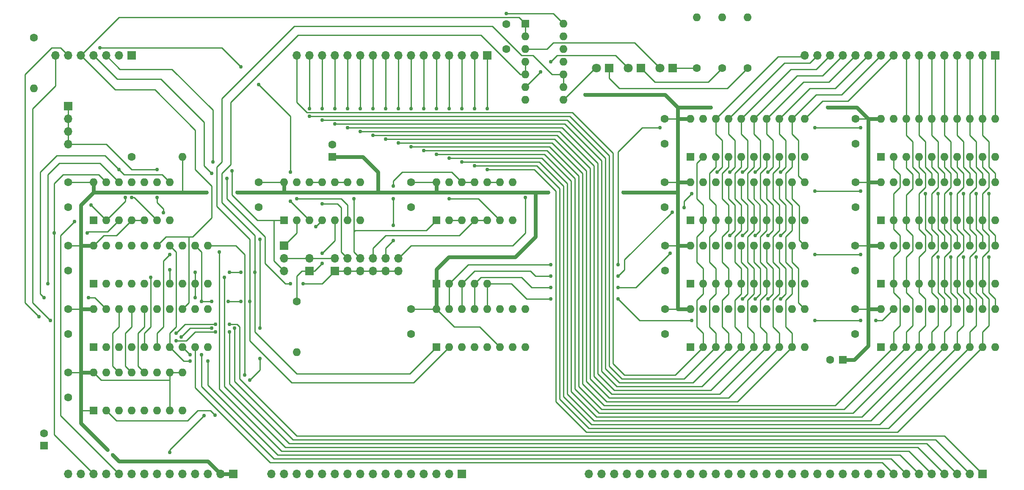
<source format=gtl>
G04 #@! TF.GenerationSoftware,KiCad,Pcbnew,(7.0.0)*
G04 #@! TF.CreationDate,2024-03-28T20:38:38-07:00*
G04 #@! TF.ProjectId,video_shift_status_delay,76696465-6f5f-4736-9869-66745f737461,rev?*
G04 #@! TF.SameCoordinates,Original*
G04 #@! TF.FileFunction,Copper,L1,Top*
G04 #@! TF.FilePolarity,Positive*
%FSLAX46Y46*%
G04 Gerber Fmt 4.6, Leading zero omitted, Abs format (unit mm)*
G04 Created by KiCad (PCBNEW (7.0.0)) date 2024-03-28 20:38:38*
%MOMM*%
%LPD*%
G01*
G04 APERTURE LIST*
G04 #@! TA.AperFunction,ComponentPad*
%ADD10C,1.600000*%
G04 #@! TD*
G04 #@! TA.AperFunction,ComponentPad*
%ADD11R,1.600000X1.600000*%
G04 #@! TD*
G04 #@! TA.AperFunction,ComponentPad*
%ADD12O,1.600000X1.600000*%
G04 #@! TD*
G04 #@! TA.AperFunction,ComponentPad*
%ADD13R,1.700000X1.700000*%
G04 #@! TD*
G04 #@! TA.AperFunction,ComponentPad*
%ADD14O,1.700000X1.700000*%
G04 #@! TD*
G04 #@! TA.AperFunction,ComponentPad*
%ADD15R,1.800000X1.800000*%
G04 #@! TD*
G04 #@! TA.AperFunction,ComponentPad*
%ADD16C,1.800000*%
G04 #@! TD*
G04 #@! TA.AperFunction,ViaPad*
%ADD17C,0.762000*%
G04 #@! TD*
G04 #@! TA.AperFunction,Conductor*
%ADD18C,0.762000*%
G04 #@! TD*
G04 #@! TA.AperFunction,Conductor*
%ADD19C,0.254000*%
G04 #@! TD*
G04 APERTURE END LIST*
D10*
X218440000Y-78660000D03*
X218440000Y-73660000D03*
X218440000Y-91360000D03*
X218440000Y-86360000D03*
D11*
X223519999Y-81279999D03*
D12*
X226059999Y-81279999D03*
X228599999Y-81279999D03*
X231139999Y-81279999D03*
X233679999Y-81279999D03*
X236219999Y-81279999D03*
X238759999Y-81279999D03*
X241299999Y-81279999D03*
X243839999Y-81279999D03*
X246379999Y-81279999D03*
X246379999Y-73659999D03*
X243839999Y-73659999D03*
X241299999Y-73659999D03*
X238759999Y-73659999D03*
X236219999Y-73659999D03*
X233679999Y-73659999D03*
X231139999Y-73659999D03*
X228599999Y-73659999D03*
X226059999Y-73659999D03*
X223519999Y-73659999D03*
D13*
X139699999Y-144779999D03*
D14*
X137159999Y-144779999D03*
X134619999Y-144779999D03*
X132079999Y-144779999D03*
X129539999Y-144779999D03*
X126999999Y-144779999D03*
X124459999Y-144779999D03*
X121919999Y-144779999D03*
X119379999Y-144779999D03*
X116839999Y-144779999D03*
X114299999Y-144779999D03*
X111759999Y-144779999D03*
X109219999Y-144779999D03*
X106679999Y-144779999D03*
X104139999Y-144779999D03*
X101599999Y-144779999D03*
D11*
X113791999Y-81279999D03*
D10*
X113792000Y-78780000D03*
D11*
X66039999Y-132079999D03*
D12*
X68579999Y-132079999D03*
X71119999Y-132079999D03*
X73659999Y-132079999D03*
X76199999Y-132079999D03*
X78739999Y-132079999D03*
X81279999Y-132079999D03*
X83819999Y-132079999D03*
X83819999Y-124459999D03*
X81279999Y-124459999D03*
X78739999Y-124459999D03*
X76199999Y-124459999D03*
X73659999Y-124459999D03*
X71119999Y-124459999D03*
X68579999Y-124459999D03*
X66039999Y-124459999D03*
D11*
X223519999Y-93979999D03*
D12*
X226059999Y-93979999D03*
X228599999Y-93979999D03*
X231139999Y-93979999D03*
X233679999Y-93979999D03*
X236219999Y-93979999D03*
X238759999Y-93979999D03*
X241299999Y-93979999D03*
X243839999Y-93979999D03*
X246379999Y-93979999D03*
X246379999Y-86359999D03*
X243839999Y-86359999D03*
X241299999Y-86359999D03*
X238759999Y-86359999D03*
X236219999Y-86359999D03*
X233679999Y-86359999D03*
X231139999Y-86359999D03*
X228599999Y-86359999D03*
X226059999Y-86359999D03*
X223519999Y-86359999D03*
D13*
X114299999Y-104139999D03*
D14*
X114299999Y-101599999D03*
X116839999Y-104139999D03*
X116839999Y-101599999D03*
X119379999Y-104139999D03*
X119379999Y-101599999D03*
X121919999Y-104139999D03*
X121919999Y-101599999D03*
X124459999Y-104139999D03*
X124459999Y-101599999D03*
X126999999Y-104139999D03*
X126999999Y-101599999D03*
D11*
X104139999Y-93979999D03*
D12*
X106679999Y-93979999D03*
X109219999Y-93979999D03*
X111759999Y-93979999D03*
X114299999Y-93979999D03*
X116839999Y-93979999D03*
X119379999Y-93979999D03*
X119379999Y-86359999D03*
X116839999Y-86359999D03*
X114299999Y-86359999D03*
X111759999Y-86359999D03*
X109219999Y-86359999D03*
X106679999Y-86359999D03*
X104139999Y-86359999D03*
D11*
X134619999Y-119379999D03*
D12*
X137159999Y-119379999D03*
X139699999Y-119379999D03*
X142239999Y-119379999D03*
X144779999Y-119379999D03*
X147319999Y-119379999D03*
X149859999Y-119379999D03*
X152399999Y-119379999D03*
X152399999Y-111759999D03*
X149859999Y-111759999D03*
X147319999Y-111759999D03*
X144779999Y-111759999D03*
X142239999Y-111759999D03*
X139699999Y-111759999D03*
X137159999Y-111759999D03*
X134619999Y-111759999D03*
D15*
X181863999Y-63499999D03*
D16*
X179324000Y-63500000D03*
D11*
X152399999Y-54604999D03*
D12*
X152399999Y-57144999D03*
X152399999Y-59684999D03*
X152399999Y-62224999D03*
X152399999Y-64764999D03*
X152399999Y-67304999D03*
X152399999Y-69844999D03*
X160019999Y-69844999D03*
X160019999Y-67304999D03*
X160019999Y-64764999D03*
X160019999Y-62224999D03*
X160019999Y-59684999D03*
X160019999Y-57144999D03*
X160019999Y-54604999D03*
D10*
X73660000Y-81280000D03*
D12*
X83819999Y-81279999D03*
D13*
X93979999Y-144779999D03*
D14*
X91439999Y-144779999D03*
X88899999Y-144779999D03*
X86359999Y-144779999D03*
X83819999Y-144779999D03*
X81279999Y-144779999D03*
X78739999Y-144779999D03*
X76199999Y-144779999D03*
X73659999Y-144779999D03*
X71119999Y-144779999D03*
X68579999Y-144779999D03*
X66039999Y-144779999D03*
X63499999Y-144779999D03*
X60959999Y-144779999D03*
D10*
X60960000Y-91360000D03*
X60960000Y-86360000D03*
X180260000Y-91360000D03*
X180260000Y-86360000D03*
D15*
X175513999Y-63499999D03*
D16*
X172974000Y-63500000D03*
D10*
X60960000Y-124460000D03*
X60960000Y-129460000D03*
X180260000Y-78660000D03*
X180260000Y-73660000D03*
X60960000Y-111760000D03*
X60960000Y-116760000D03*
D13*
X246379999Y-60959999D03*
D14*
X243839999Y-60959999D03*
X241299999Y-60959999D03*
X238759999Y-60959999D03*
X236219999Y-60959999D03*
X233679999Y-60959999D03*
X231139999Y-60959999D03*
X228599999Y-60959999D03*
X226059999Y-60959999D03*
X223519999Y-60959999D03*
X220979999Y-60959999D03*
X218439999Y-60959999D03*
X215899999Y-60959999D03*
X213359999Y-60959999D03*
X210819999Y-60959999D03*
X208279999Y-60959999D03*
D13*
X60959999Y-71119999D03*
D14*
X60959999Y-73659999D03*
X60959999Y-76199999D03*
X60959999Y-78739999D03*
D10*
X148590000Y-54690000D03*
X148590000Y-59690000D03*
D13*
X144779999Y-60959999D03*
D14*
X142239999Y-60959999D03*
X139699999Y-60959999D03*
X137159999Y-60959999D03*
X134619999Y-60959999D03*
X132079999Y-60959999D03*
X129539999Y-60959999D03*
X126999999Y-60959999D03*
X124459999Y-60959999D03*
X121919999Y-60959999D03*
X119379999Y-60959999D03*
X116839999Y-60959999D03*
X114299999Y-60959999D03*
X111759999Y-60959999D03*
X109219999Y-60959999D03*
X106679999Y-60959999D03*
D11*
X66039999Y-93979999D03*
D12*
X68579999Y-93979999D03*
X71119999Y-93979999D03*
X73659999Y-93979999D03*
X76199999Y-93979999D03*
X78739999Y-93979999D03*
X81279999Y-93979999D03*
X81279999Y-86359999D03*
X78739999Y-86359999D03*
X76199999Y-86359999D03*
X73659999Y-86359999D03*
X71119999Y-86359999D03*
X68579999Y-86359999D03*
X66039999Y-86359999D03*
D11*
X223519999Y-119379999D03*
D12*
X226059999Y-119379999D03*
X228599999Y-119379999D03*
X231139999Y-119379999D03*
X233679999Y-119379999D03*
X236219999Y-119379999D03*
X238759999Y-119379999D03*
X241299999Y-119379999D03*
X243839999Y-119379999D03*
X246379999Y-119379999D03*
X246379999Y-111759999D03*
X243839999Y-111759999D03*
X241299999Y-111759999D03*
X238759999Y-111759999D03*
X236219999Y-111759999D03*
X233679999Y-111759999D03*
X231139999Y-111759999D03*
X228599999Y-111759999D03*
X226059999Y-111759999D03*
X223519999Y-111759999D03*
D10*
X129540000Y-116760000D03*
X129540000Y-111760000D03*
X196850000Y-63500000D03*
D12*
X196849999Y-53339999D03*
D11*
X185419999Y-119379999D03*
D12*
X187959999Y-119379999D03*
X190499999Y-119379999D03*
X193039999Y-119379999D03*
X195579999Y-119379999D03*
X198119999Y-119379999D03*
X200659999Y-119379999D03*
X203199999Y-119379999D03*
X205739999Y-119379999D03*
X208279999Y-119379999D03*
X208279999Y-111759999D03*
X205739999Y-111759999D03*
X203199999Y-111759999D03*
X200659999Y-111759999D03*
X198119999Y-111759999D03*
X195579999Y-111759999D03*
X193039999Y-111759999D03*
X190499999Y-111759999D03*
X187959999Y-111759999D03*
X185419999Y-111759999D03*
D11*
X66039999Y-106679999D03*
D12*
X68579999Y-106679999D03*
X71119999Y-106679999D03*
X73659999Y-106679999D03*
X76199999Y-106679999D03*
X78739999Y-106679999D03*
X81279999Y-106679999D03*
X83819999Y-106679999D03*
X86359999Y-106679999D03*
X88899999Y-106679999D03*
X88899999Y-99059999D03*
X86359999Y-99059999D03*
X83819999Y-99059999D03*
X81279999Y-99059999D03*
X78739999Y-99059999D03*
X76199999Y-99059999D03*
X73659999Y-99059999D03*
X71119999Y-99059999D03*
X68579999Y-99059999D03*
X66039999Y-99059999D03*
D11*
X215859999Y-121919999D03*
D10*
X213360000Y-121920000D03*
X180340000Y-116760000D03*
X180340000Y-111760000D03*
D11*
X134619999Y-93979999D03*
D12*
X137159999Y-93979999D03*
X139699999Y-93979999D03*
X142239999Y-93979999D03*
X144779999Y-93979999D03*
X147319999Y-93979999D03*
X149859999Y-93979999D03*
X149859999Y-86359999D03*
X147319999Y-86359999D03*
X144779999Y-86359999D03*
X142239999Y-86359999D03*
X139699999Y-86359999D03*
X137159999Y-86359999D03*
X134619999Y-86359999D03*
D11*
X223519999Y-106679999D03*
D12*
X226059999Y-106679999D03*
X228599999Y-106679999D03*
X231139999Y-106679999D03*
X233679999Y-106679999D03*
X236219999Y-106679999D03*
X238759999Y-106679999D03*
X241299999Y-106679999D03*
X243839999Y-106679999D03*
X246379999Y-106679999D03*
X246379999Y-99059999D03*
X243839999Y-99059999D03*
X241299999Y-99059999D03*
X238759999Y-99059999D03*
X236219999Y-99059999D03*
X233679999Y-99059999D03*
X231139999Y-99059999D03*
X228599999Y-99059999D03*
X226059999Y-99059999D03*
X223519999Y-99059999D03*
D10*
X186690000Y-63500000D03*
D12*
X186689999Y-53339999D03*
D10*
X191770000Y-63500000D03*
D12*
X191769999Y-53339999D03*
D11*
X185419999Y-106679999D03*
D12*
X187959999Y-106679999D03*
X190499999Y-106679999D03*
X193039999Y-106679999D03*
X195579999Y-106679999D03*
X198119999Y-106679999D03*
X200659999Y-106679999D03*
X203199999Y-106679999D03*
X205739999Y-106679999D03*
X208279999Y-106679999D03*
X208279999Y-99059999D03*
X205739999Y-99059999D03*
X203199999Y-99059999D03*
X200659999Y-99059999D03*
X198119999Y-99059999D03*
X195579999Y-99059999D03*
X193039999Y-99059999D03*
X190499999Y-99059999D03*
X187959999Y-99059999D03*
X185419999Y-99059999D03*
D11*
X185419999Y-81279999D03*
D12*
X187959999Y-81279999D03*
X190499999Y-81279999D03*
X193039999Y-81279999D03*
X195579999Y-81279999D03*
X198119999Y-81279999D03*
X200659999Y-81279999D03*
X203199999Y-81279999D03*
X205739999Y-81279999D03*
X208279999Y-81279999D03*
X208279999Y-73659999D03*
X205739999Y-73659999D03*
X203199999Y-73659999D03*
X200659999Y-73659999D03*
X198119999Y-73659999D03*
X195579999Y-73659999D03*
X193039999Y-73659999D03*
X190499999Y-73659999D03*
X187959999Y-73659999D03*
X185419999Y-73659999D03*
D13*
X73659999Y-60959999D03*
D14*
X71119999Y-60959999D03*
X68579999Y-60959999D03*
X66039999Y-60959999D03*
X63499999Y-60959999D03*
X60959999Y-60959999D03*
X58419999Y-60959999D03*
D10*
X218360000Y-104060000D03*
X218360000Y-99060000D03*
X60960000Y-104060000D03*
X60960000Y-99060000D03*
D11*
X185419999Y-93979999D03*
D12*
X187959999Y-93979999D03*
X190499999Y-93979999D03*
X193039999Y-93979999D03*
X195579999Y-93979999D03*
X198119999Y-93979999D03*
X200659999Y-93979999D03*
X203199999Y-93979999D03*
X205739999Y-93979999D03*
X208279999Y-93979999D03*
X208279999Y-86359999D03*
X205739999Y-86359999D03*
X203199999Y-86359999D03*
X200659999Y-86359999D03*
X198119999Y-86359999D03*
X195579999Y-86359999D03*
X193039999Y-86359999D03*
X190499999Y-86359999D03*
X187959999Y-86359999D03*
X185419999Y-86359999D03*
D15*
X169163999Y-63499999D03*
D16*
X166624000Y-63500000D03*
D11*
X56133999Y-139104379D03*
D10*
X56134000Y-136604380D03*
D13*
X109219999Y-104139999D03*
D14*
X109219999Y-101599999D03*
D10*
X218360000Y-116760000D03*
X218360000Y-111760000D03*
X99060000Y-86360000D03*
X99060000Y-91360000D03*
D11*
X66039999Y-119379999D03*
D12*
X68579999Y-119379999D03*
X71119999Y-119379999D03*
X73659999Y-119379999D03*
X76199999Y-119379999D03*
X78739999Y-119379999D03*
X81279999Y-119379999D03*
X83819999Y-119379999D03*
X86359999Y-119379999D03*
X88899999Y-119379999D03*
X88899999Y-111759999D03*
X86359999Y-111759999D03*
X83819999Y-111759999D03*
X81279999Y-111759999D03*
X78739999Y-111759999D03*
X76199999Y-111759999D03*
X73659999Y-111759999D03*
X71119999Y-111759999D03*
X68579999Y-111759999D03*
X66039999Y-111759999D03*
D10*
X54102000Y-57404000D03*
D12*
X54101999Y-67563999D03*
D13*
X243839999Y-144779999D03*
D14*
X241299999Y-144779999D03*
X238759999Y-144779999D03*
X236219999Y-144779999D03*
X233679999Y-144779999D03*
X231139999Y-144779999D03*
X228599999Y-144779999D03*
X226059999Y-144779999D03*
X223519999Y-144779999D03*
X220979999Y-144779999D03*
X218439999Y-144779999D03*
X215899999Y-144779999D03*
X213359999Y-144779999D03*
X210819999Y-144779999D03*
X208279999Y-144779999D03*
X205739999Y-144779999D03*
X203199999Y-144779999D03*
X200659999Y-144779999D03*
X198119999Y-144779999D03*
X195579999Y-144779999D03*
X193039999Y-144779999D03*
X190499999Y-144779999D03*
X187959999Y-144779999D03*
X185419999Y-144779999D03*
X182879999Y-144779999D03*
X180339999Y-144779999D03*
X177799999Y-144779999D03*
X175259999Y-144779999D03*
X172719999Y-144779999D03*
X170179999Y-144779999D03*
X167639999Y-144779999D03*
X165099999Y-144779999D03*
D10*
X180340000Y-104060000D03*
X180340000Y-99060000D03*
X129540000Y-86360000D03*
X129540000Y-91360000D03*
D13*
X104139999Y-99059999D03*
D14*
X104139999Y-101599999D03*
X104139999Y-104139999D03*
D11*
X134619999Y-106679999D03*
D12*
X137159999Y-106679999D03*
X139699999Y-106679999D03*
X142239999Y-106679999D03*
X144779999Y-106679999D03*
D10*
X106680000Y-110236000D03*
D12*
X106679999Y-120395999D03*
D17*
X164338000Y-68834000D03*
X87122000Y-88392000D03*
X171958000Y-88392000D03*
X148590000Y-52578000D03*
X69850000Y-140970000D03*
X187706000Y-71374000D03*
X166116000Y-68834000D03*
X68834000Y-139954000D03*
X173736000Y-88392000D03*
X96266000Y-88392000D03*
X88646000Y-88392000D03*
X214884000Y-71374000D03*
X155194000Y-88392000D03*
X94742000Y-88392000D03*
X212852000Y-71374000D03*
X156972000Y-88392000D03*
X189484000Y-71374000D03*
X81280000Y-103886000D03*
X93218000Y-114808000D03*
X82550000Y-116586000D03*
X90424000Y-114808000D03*
X94234000Y-115570000D03*
X83566000Y-117348000D03*
X89662000Y-115570000D03*
X90424000Y-116332000D03*
X82550000Y-118110000D03*
X93218000Y-116332000D03*
X92202000Y-105410000D03*
X77470000Y-105410000D03*
X91186000Y-100330000D03*
X81280000Y-100838000D03*
X85344000Y-122174000D03*
X88900000Y-122174000D03*
X85344000Y-120904000D03*
X87630000Y-120904000D03*
X88138000Y-133096000D03*
X81280000Y-140462000D03*
X96266000Y-124968000D03*
X62230000Y-94234000D03*
X65532000Y-90932000D03*
X72390000Y-89408000D03*
X58166000Y-96520000D03*
X64770000Y-96520000D03*
X124460000Y-71628000D03*
X124460000Y-77724000D03*
X121920000Y-76962000D03*
X121920000Y-71628000D03*
X119380000Y-71628000D03*
X119380000Y-76200000D03*
X116840000Y-71628000D03*
X116840000Y-75438000D03*
X114300000Y-71628000D03*
X114300000Y-74676000D03*
X111760000Y-73914000D03*
X111760000Y-71628000D03*
X109220000Y-71628000D03*
X109220000Y-73152000D03*
X144780000Y-71628000D03*
X144780000Y-83820000D03*
X142240000Y-71628000D03*
X142240000Y-83058000D03*
X139700000Y-82296000D03*
X139700000Y-71628000D03*
X137160000Y-71628000D03*
X137160000Y-81534000D03*
X134620000Y-80772000D03*
X134620000Y-71628000D03*
X132080000Y-80010000D03*
X132080000Y-71628000D03*
X129540000Y-71628000D03*
X129540000Y-79248000D03*
X127000000Y-71628000D03*
X127000000Y-78486000D03*
X203454000Y-84328000D03*
X200914000Y-84328000D03*
X203454000Y-97028000D03*
X198374000Y-84328000D03*
X200914000Y-97028000D03*
X203454000Y-109728000D03*
X198374000Y-97028000D03*
X195834000Y-84328000D03*
X200914000Y-109728000D03*
X193294000Y-84328000D03*
X195834000Y-97028000D03*
X198374000Y-109728000D03*
X195834000Y-109728000D03*
X190754000Y-84328000D03*
X193294000Y-97028000D03*
X245110000Y-88646000D03*
X242570000Y-88646000D03*
X245110000Y-101346000D03*
X240030000Y-88646000D03*
X242570000Y-101346000D03*
X240030000Y-101346000D03*
X237490000Y-88646000D03*
X234950000Y-88646000D03*
X237490000Y-101346000D03*
X234950000Y-101346000D03*
X232410000Y-88646000D03*
X86360000Y-104394000D03*
X95504000Y-104394000D03*
X86360000Y-109474000D03*
X93218000Y-104394000D03*
X98298000Y-104394000D03*
X87630000Y-110236000D03*
X92964000Y-110236000D03*
X97282000Y-110236000D03*
X89662000Y-110236000D03*
X95504000Y-110236000D03*
X55118000Y-113284000D03*
X105410000Y-90170000D03*
X99060000Y-66802000D03*
X95504000Y-63246000D03*
X57404000Y-114046000D03*
X105410000Y-84328000D03*
X67310000Y-59436000D03*
X71120000Y-83820000D03*
X65024000Y-109474000D03*
X56134000Y-109474000D03*
X56896000Y-106680000D03*
X78740000Y-89408000D03*
X78740000Y-83820000D03*
X80010000Y-92456000D03*
X73660000Y-89408000D03*
X89916000Y-82296000D03*
X93726000Y-84074000D03*
X92710000Y-85598000D03*
X107950000Y-106680000D03*
X105410000Y-106680000D03*
X89662000Y-84582000D03*
X111760000Y-90678000D03*
X118110000Y-89662000D03*
X125984000Y-98044000D03*
X125984000Y-89662000D03*
X125984000Y-87122000D03*
X125984000Y-94996000D03*
X152400000Y-89408000D03*
X219456000Y-75438000D03*
X210312000Y-75438000D03*
X170942000Y-102870000D03*
X157480000Y-102870000D03*
X179324000Y-75438000D03*
X185674000Y-88646000D03*
X170942000Y-105156000D03*
X219456000Y-88138000D03*
X210312000Y-88138000D03*
X181737000Y-92329000D03*
X157480000Y-105156000D03*
X184150000Y-91440000D03*
X157480000Y-107442000D03*
X170942000Y-107442000D03*
X181356000Y-100584000D03*
X219456000Y-100838000D03*
X210312000Y-100838000D03*
X170942000Y-109728000D03*
X185674000Y-114046000D03*
X222504000Y-114046000D03*
X157480000Y-109728000D03*
X210312000Y-114046000D03*
X219456000Y-114046000D03*
X157480000Y-62230000D03*
X155448000Y-64262000D03*
X106680000Y-89662000D03*
X137160000Y-89662000D03*
X111760000Y-100584000D03*
X111760000Y-102616000D03*
X99314000Y-121666000D03*
X110490000Y-95250000D03*
X99314000Y-115570000D03*
X99314000Y-97790000D03*
X90297000Y-132969000D03*
X97282000Y-125984000D03*
D18*
X187706000Y-71374000D02*
X189484000Y-71374000D01*
X88900000Y-142240000D02*
X78740000Y-142240000D01*
X220980000Y-119126000D02*
X218186000Y-121920000D01*
D19*
X81280000Y-124460000D02*
X81280000Y-125984000D01*
X157993000Y-52578000D02*
X160020000Y-54605000D01*
D18*
X182880000Y-71374000D02*
X182880000Y-73660000D01*
X134620000Y-88392000D02*
X153670000Y-88392000D01*
X182880000Y-111760000D02*
X185420000Y-111760000D01*
X96266000Y-88392000D02*
X99060000Y-88392000D01*
X218186000Y-121920000D02*
X215860000Y-121920000D01*
D19*
X218360000Y-99060000D02*
X220980000Y-99060000D01*
D18*
X166116000Y-68834000D02*
X164338000Y-68834000D01*
X63500000Y-111760000D02*
X66040000Y-111760000D01*
D19*
X138176000Y-115316000D02*
X143256000Y-115316000D01*
X218440000Y-86360000D02*
X220980000Y-86360000D01*
D18*
X84328000Y-88392000D02*
X87122000Y-88392000D01*
X220980000Y-111760000D02*
X223520000Y-111760000D01*
X186436000Y-71374000D02*
X183388000Y-71374000D01*
X63500000Y-134620000D02*
X63500000Y-132080000D01*
D19*
X60960000Y-124460000D02*
X63500000Y-124460000D01*
X83820000Y-88392000D02*
X84328000Y-88392000D01*
D18*
X71120000Y-142240000D02*
X69850000Y-140970000D01*
D19*
X83820000Y-124460000D02*
X81280000Y-124460000D01*
D18*
X94742000Y-88392000D02*
X96266000Y-88392000D01*
D19*
X180340000Y-111760000D02*
X182880000Y-111760000D01*
D18*
X134620000Y-86360000D02*
X134620000Y-88392000D01*
X183388000Y-71374000D02*
X182880000Y-71374000D01*
X183388000Y-99060000D02*
X182880000Y-99060000D01*
X153670000Y-88392000D02*
X154432000Y-88392000D01*
X171958000Y-88392000D02*
X173736000Y-88392000D01*
X122936000Y-88392000D02*
X122936000Y-84328000D01*
X223520000Y-73660000D02*
X220980000Y-73660000D01*
X154432000Y-97282000D02*
X150368000Y-101346000D01*
X182880000Y-88392000D02*
X182880000Y-86360000D01*
X119888000Y-81280000D02*
X113792000Y-81280000D01*
D19*
X83820000Y-81280000D02*
X83820000Y-88392000D01*
D18*
X223520000Y-86360000D02*
X220980000Y-86360000D01*
X220980000Y-111252000D02*
X220980000Y-111760000D01*
X187706000Y-71374000D02*
X186436000Y-71374000D01*
X68834000Y-139954000D02*
X63500000Y-134620000D01*
X182880000Y-73660000D02*
X185420000Y-73660000D01*
D19*
X73660000Y-93980000D02*
X70612000Y-97028000D01*
D18*
X134620000Y-103759000D02*
X134620000Y-111760000D01*
D19*
X99060000Y-86360000D02*
X104140000Y-86360000D01*
D18*
X218694000Y-71374000D02*
X220980000Y-73660000D01*
D19*
X218440000Y-73660000D02*
X220980000Y-73660000D01*
D18*
X220980000Y-73660000D02*
X220980000Y-86360000D01*
D19*
X60960000Y-86360000D02*
X66040000Y-86360000D01*
X218360000Y-111760000D02*
X220980000Y-111760000D01*
D18*
X214884000Y-71374000D02*
X212852000Y-71374000D01*
X154432000Y-88392000D02*
X154432000Y-97282000D01*
X150368000Y-101346000D02*
X137033000Y-101346000D01*
X122936000Y-88392000D02*
X134620000Y-88392000D01*
X66040000Y-88392000D02*
X66040000Y-86360000D01*
X104140000Y-88392000D02*
X104140000Y-86360000D01*
D19*
X60960000Y-99060000D02*
X64008000Y-99060000D01*
D18*
X185420000Y-86360000D02*
X182880000Y-86360000D01*
X155194000Y-88392000D02*
X156972000Y-88392000D01*
X182880000Y-71374000D02*
X180340000Y-68834000D01*
D19*
X81280000Y-125984000D02*
X67564000Y-125984000D01*
X129540000Y-86360000D02*
X134620000Y-86360000D01*
D18*
X182880000Y-86360000D02*
X182880000Y-73660000D01*
X223520000Y-99060000D02*
X220980000Y-99060000D01*
D19*
X70612000Y-97028000D02*
X68072000Y-97028000D01*
D18*
X63500000Y-124460000D02*
X66040000Y-124460000D01*
X63500000Y-99060000D02*
X64008000Y-99060000D01*
D19*
X180260000Y-86360000D02*
X182880000Y-86360000D01*
D18*
X173736000Y-88392000D02*
X182880000Y-88392000D01*
X182880000Y-88392000D02*
X182880000Y-99060000D01*
D19*
X129540000Y-111760000D02*
X134620000Y-111760000D01*
D18*
X185420000Y-99060000D02*
X183388000Y-99060000D01*
D19*
X148590000Y-52578000D02*
X157993000Y-52578000D01*
D18*
X87122000Y-88392000D02*
X88646000Y-88392000D01*
X63500000Y-124460000D02*
X63500000Y-90932000D01*
D19*
X134620000Y-111760000D02*
X138176000Y-115316000D01*
X143256000Y-115316000D02*
X147320000Y-119380000D01*
X73660000Y-93980000D02*
X76200000Y-93980000D01*
D18*
X91440000Y-144780000D02*
X88900000Y-142240000D01*
D19*
X66040000Y-132080000D02*
X63500000Y-132080000D01*
D18*
X93980000Y-144780000D02*
X91440000Y-144780000D01*
D19*
X180340000Y-99060000D02*
X183388000Y-99060000D01*
D18*
X220980000Y-111252000D02*
X220980000Y-119126000D01*
X63500000Y-90932000D02*
X66040000Y-88392000D01*
X220980000Y-99060000D02*
X220980000Y-111252000D01*
D19*
X67564000Y-125984000D02*
X66040000Y-124460000D01*
D18*
X182880000Y-99060000D02*
X182880000Y-111760000D01*
X63500000Y-132080000D02*
X63500000Y-124460000D01*
X153670000Y-88392000D02*
X155194000Y-88392000D01*
X66040000Y-88392000D02*
X84328000Y-88392000D01*
X180340000Y-68834000D02*
X166116000Y-68834000D01*
D19*
X68072000Y-97028000D02*
X66040000Y-99060000D01*
X180260000Y-73660000D02*
X182880000Y-73660000D01*
D18*
X104140000Y-88392000D02*
X122936000Y-88392000D01*
X64008000Y-99060000D02*
X66040000Y-99060000D01*
X122936000Y-84328000D02*
X119888000Y-81280000D01*
D19*
X81280000Y-125984000D02*
X81280000Y-132080000D01*
D18*
X78740000Y-142240000D02*
X71120000Y-142240000D01*
X99060000Y-88392000D02*
X104140000Y-88392000D01*
D19*
X60960000Y-111760000D02*
X63500000Y-111760000D01*
D18*
X214884000Y-71374000D02*
X218694000Y-71374000D01*
X137033000Y-101346000D02*
X134620000Y-103759000D01*
X220980000Y-86360000D02*
X220980000Y-99060000D01*
D19*
X81280000Y-103886000D02*
X81280000Y-106680000D01*
X90424000Y-114808000D02*
X84328000Y-114808000D01*
X94742000Y-114808000D02*
X93218000Y-114808000D01*
X106680000Y-137160000D02*
X95250000Y-125730000D01*
X243840000Y-144780000D02*
X236220000Y-137160000D01*
X236220000Y-137160000D02*
X106680000Y-137160000D01*
X95250000Y-115316000D02*
X94742000Y-114808000D01*
X84328000Y-114808000D02*
X82550000Y-116586000D01*
X95250000Y-125730000D02*
X95250000Y-115316000D01*
X234442000Y-137922000D02*
X241300000Y-144780000D01*
X105918000Y-137922000D02*
X234442000Y-137922000D01*
X94234000Y-126238000D02*
X105918000Y-137922000D01*
X94234000Y-115570000D02*
X94234000Y-126238000D01*
X85344000Y-115570000D02*
X83566000Y-117348000D01*
X89662000Y-115570000D02*
X85344000Y-115570000D01*
X105156000Y-138684000D02*
X232664000Y-138684000D01*
X232664000Y-138684000D02*
X238760000Y-144780000D01*
X84582000Y-118110000D02*
X82550000Y-118110000D01*
X90424000Y-116332000D02*
X86360000Y-116332000D01*
X86360000Y-116332000D02*
X84582000Y-118110000D01*
X93218000Y-116332000D02*
X93218000Y-126746000D01*
X93218000Y-126746000D02*
X105156000Y-138684000D01*
X92202000Y-127254000D02*
X104394000Y-139446000D01*
X76200000Y-116586000D02*
X77470000Y-115316000D01*
X76200000Y-119380000D02*
X76200000Y-116586000D01*
X77470000Y-115316000D02*
X77470000Y-105410000D01*
X230886000Y-139446000D02*
X236220000Y-144780000D01*
X104394000Y-139446000D02*
X230886000Y-139446000D01*
X92202000Y-105410000D02*
X92202000Y-127254000D01*
X81280000Y-100838000D02*
X80010000Y-102108000D01*
X103632000Y-140208000D02*
X229108000Y-140208000D01*
X78740000Y-116586000D02*
X78740000Y-119380000D01*
X80010000Y-115316000D02*
X78740000Y-116586000D01*
X91186000Y-100330000D02*
X91186000Y-127762000D01*
X80010000Y-102108000D02*
X80010000Y-115316000D01*
X91186000Y-127762000D02*
X103632000Y-140208000D01*
X229108000Y-140208000D02*
X233680000Y-144780000D01*
X102870000Y-140970000D02*
X227330000Y-140970000D01*
X88900000Y-127000000D02*
X102870000Y-140970000D01*
X81280000Y-119380000D02*
X81280000Y-116586000D01*
X88900000Y-122174000D02*
X88900000Y-127000000D01*
X84074000Y-122174000D02*
X81280000Y-119380000D01*
X82550000Y-100330000D02*
X81280000Y-99060000D01*
X81280000Y-116586000D02*
X82550000Y-115316000D01*
X85344000Y-122174000D02*
X84074000Y-122174000D01*
X82550000Y-115316000D02*
X82550000Y-100330000D01*
X227330000Y-140970000D02*
X231140000Y-144780000D01*
X102108000Y-141732000D02*
X225552000Y-141732000D01*
X87630000Y-120904000D02*
X87630000Y-127254000D01*
X225552000Y-141732000D02*
X228600000Y-144780000D01*
X85344000Y-120904000D02*
X83820000Y-119380000D01*
X87630000Y-127254000D02*
X102108000Y-141732000D01*
X101346000Y-142494000D02*
X86360000Y-127508000D01*
X226060000Y-144780000D02*
X223774000Y-142494000D01*
X86360000Y-127508000D02*
X86360000Y-119380000D01*
X223774000Y-142494000D02*
X101346000Y-142494000D01*
X88138000Y-133096000D02*
X81280000Y-139954000D01*
X81280000Y-139954000D02*
X81280000Y-140462000D01*
X96266000Y-100838000D02*
X94488000Y-99060000D01*
X96266000Y-124968000D02*
X96266000Y-100838000D01*
X94488000Y-99060000D02*
X88900000Y-99060000D01*
X72390000Y-90170000D02*
X68580000Y-93980000D01*
X65532000Y-90932000D02*
X68580000Y-93980000D01*
X59436000Y-133096000D02*
X71120000Y-144780000D01*
X59436000Y-97028000D02*
X59436000Y-133096000D01*
X72390000Y-89408000D02*
X72390000Y-90170000D01*
X62230000Y-94234000D02*
X59436000Y-97028000D01*
X58166000Y-96520000D02*
X58166000Y-136906000D01*
X58166000Y-136906000D02*
X66040000Y-144780000D01*
X59944000Y-84836000D02*
X67056000Y-84836000D01*
X65024000Y-96266000D02*
X68834000Y-96266000D01*
X64770000Y-96520000D02*
X65024000Y-96266000D01*
X67056000Y-84836000D02*
X68580000Y-86360000D01*
X68834000Y-96266000D02*
X71120000Y-93980000D01*
X58166000Y-96520000D02*
X58166000Y-86614000D01*
X58166000Y-86614000D02*
X59944000Y-84836000D01*
X204470000Y-97282000D02*
X205740000Y-96012000D01*
X194818000Y-130302000D02*
X205740000Y-119380000D01*
X204470000Y-89662000D02*
X204470000Y-84582000D01*
X205740000Y-108712000D02*
X205740000Y-106680000D01*
X205740000Y-83312000D02*
X205740000Y-81280000D01*
X205740000Y-96012000D02*
X205740000Y-93980000D01*
X205740000Y-106680000D02*
X205740000Y-103632000D01*
X204470000Y-102362000D02*
X204470000Y-97282000D01*
X124460000Y-77724000D02*
X158242000Y-77724000D01*
X205740000Y-103632000D02*
X204470000Y-102362000D01*
X205740000Y-90932000D02*
X204470000Y-89662000D01*
X158242000Y-77724000D02*
X164592000Y-84074000D01*
X164592000Y-84074000D02*
X164592000Y-126238000D01*
X205740000Y-119380000D02*
X205740000Y-116586000D01*
X205740000Y-93980000D02*
X205740000Y-90932000D01*
X164592000Y-126238000D02*
X168656000Y-130302000D01*
X205740000Y-116586000D02*
X204470000Y-115316000D01*
X204470000Y-115316000D02*
X204470000Y-109982000D01*
X204470000Y-109982000D02*
X205740000Y-108712000D01*
X124460000Y-60960000D02*
X124460000Y-71628000D01*
X204470000Y-84582000D02*
X205740000Y-83312000D01*
X168656000Y-130302000D02*
X194818000Y-130302000D01*
X201930000Y-115316000D02*
X201930000Y-109982000D01*
X169164000Y-129540000D02*
X193040000Y-129540000D01*
X165354000Y-125730000D02*
X169164000Y-129540000D01*
X201930000Y-102362000D02*
X201930000Y-97282000D01*
X158750000Y-76962000D02*
X165354000Y-83566000D01*
X203200000Y-93980000D02*
X203200000Y-90932000D01*
X193040000Y-129540000D02*
X203200000Y-119380000D01*
X165354000Y-83566000D02*
X165354000Y-125730000D01*
X121920000Y-76962000D02*
X158750000Y-76962000D01*
X201930000Y-109982000D02*
X203200000Y-108712000D01*
X203200000Y-83312000D02*
X203200000Y-81280000D01*
X201930000Y-84582000D02*
X203200000Y-83312000D01*
X203200000Y-96012000D02*
X203200000Y-93980000D01*
X203200000Y-116586000D02*
X201930000Y-115316000D01*
X201930000Y-89662000D02*
X201930000Y-84582000D01*
X203200000Y-108712000D02*
X203200000Y-106680000D01*
X203200000Y-103632000D02*
X201930000Y-102362000D01*
X203200000Y-106680000D02*
X203200000Y-103632000D01*
X203200000Y-119380000D02*
X203200000Y-116586000D01*
X121920000Y-71628000D02*
X121920000Y-60960000D01*
X203200000Y-90932000D02*
X201930000Y-89662000D01*
X201930000Y-97282000D02*
X203200000Y-96012000D01*
X169672000Y-128778000D02*
X191262000Y-128778000D01*
X200660000Y-108712000D02*
X199390000Y-109982000D01*
X119380000Y-76200000D02*
X159258000Y-76200000D01*
X200660000Y-90932000D02*
X199390000Y-89662000D01*
X200660000Y-103632000D02*
X199390000Y-102362000D01*
X200660000Y-116586000D02*
X200660000Y-119380000D01*
X199390000Y-97282000D02*
X200660000Y-96012000D01*
X199390000Y-109982000D02*
X199390000Y-115316000D01*
X199390000Y-84582000D02*
X200660000Y-83312000D01*
X199390000Y-115316000D02*
X200660000Y-116586000D01*
X166116000Y-125222000D02*
X169672000Y-128778000D01*
X200660000Y-106680000D02*
X200660000Y-108712000D01*
X191262000Y-128778000D02*
X200660000Y-119380000D01*
X159258000Y-76200000D02*
X166116000Y-83058000D01*
X119380000Y-60960000D02*
X119380000Y-71628000D01*
X199390000Y-89662000D02*
X199390000Y-84582000D01*
X200660000Y-83312000D02*
X200660000Y-81280000D01*
X166116000Y-83058000D02*
X166116000Y-125222000D01*
X200660000Y-106680000D02*
X200660000Y-103632000D01*
X200660000Y-96012000D02*
X200660000Y-93980000D01*
X199390000Y-102362000D02*
X199390000Y-97282000D01*
X200660000Y-93980000D02*
X200660000Y-90932000D01*
X189484000Y-128016000D02*
X198120000Y-119380000D01*
X198120000Y-108712000D02*
X196850000Y-109982000D01*
X196850000Y-84582000D02*
X198120000Y-83312000D01*
X196850000Y-97282000D02*
X196850000Y-102362000D01*
X166878000Y-124714000D02*
X170180000Y-128016000D01*
X198120000Y-83312000D02*
X198120000Y-81280000D01*
X196850000Y-89662000D02*
X196850000Y-84582000D01*
X198120000Y-106680000D02*
X198120000Y-108712000D01*
X198120000Y-93980000D02*
X198120000Y-96012000D01*
X198120000Y-93980000D02*
X198120000Y-90932000D01*
X170180000Y-128016000D02*
X189484000Y-128016000D01*
X159766000Y-75438000D02*
X166878000Y-82550000D01*
X198120000Y-103632000D02*
X198120000Y-106680000D01*
X198120000Y-96012000D02*
X196850000Y-97282000D01*
X198120000Y-116586000D02*
X198120000Y-119380000D01*
X166878000Y-82550000D02*
X166878000Y-124714000D01*
X116840000Y-71628000D02*
X116840000Y-60960000D01*
X198120000Y-90932000D02*
X196850000Y-89662000D01*
X196850000Y-109982000D02*
X196850000Y-115316000D01*
X196850000Y-115316000D02*
X198120000Y-116586000D01*
X116840000Y-75438000D02*
X159766000Y-75438000D01*
X196850000Y-102362000D02*
X198120000Y-103632000D01*
X195580000Y-90932000D02*
X194310000Y-89662000D01*
X194310000Y-89662000D02*
X194310000Y-84582000D01*
X194310000Y-97282000D02*
X195580000Y-96012000D01*
X194310000Y-109982000D02*
X194310000Y-115316000D01*
X195580000Y-103632000D02*
X194310000Y-102362000D01*
X167640000Y-124206000D02*
X170688000Y-127254000D01*
X187706000Y-127254000D02*
X195580000Y-119380000D01*
X195580000Y-116586000D02*
X195580000Y-119380000D01*
X195580000Y-108712000D02*
X194310000Y-109982000D01*
X170688000Y-127254000D02*
X187706000Y-127254000D01*
X195580000Y-83312000D02*
X195580000Y-81280000D01*
X195580000Y-106680000D02*
X195580000Y-103632000D01*
X114300000Y-60960000D02*
X114300000Y-71628000D01*
X114300000Y-74676000D02*
X160274000Y-74676000D01*
X160274000Y-74676000D02*
X167640000Y-82042000D01*
X195580000Y-96012000D02*
X195580000Y-90932000D01*
X195580000Y-106680000D02*
X195580000Y-108712000D01*
X194310000Y-102362000D02*
X194310000Y-97282000D01*
X167640000Y-82042000D02*
X167640000Y-124206000D01*
X194310000Y-115316000D02*
X195580000Y-116586000D01*
X194310000Y-84582000D02*
X195580000Y-83312000D01*
X193040000Y-106680000D02*
X193040000Y-108712000D01*
X193040000Y-103632000D02*
X193040000Y-106680000D01*
X171196000Y-126492000D02*
X185928000Y-126492000D01*
X111760000Y-73914000D02*
X160782000Y-73914000D01*
X191770000Y-109982000D02*
X191770000Y-115316000D01*
X193040000Y-83312000D02*
X193040000Y-81280000D01*
X191770000Y-97282000D02*
X191770000Y-102362000D01*
X185928000Y-126492000D02*
X193040000Y-119380000D01*
X160782000Y-73914000D02*
X168402000Y-81534000D01*
X193040000Y-108712000D02*
X191770000Y-109982000D01*
X111760000Y-60960000D02*
X111760000Y-71628000D01*
X168402000Y-123698000D02*
X171196000Y-126492000D01*
X193040000Y-93980000D02*
X193040000Y-96012000D01*
X168402000Y-81534000D02*
X168402000Y-123698000D01*
X191770000Y-89662000D02*
X191770000Y-84582000D01*
X193040000Y-96012000D02*
X191770000Y-97282000D01*
X193040000Y-93980000D02*
X193040000Y-90932000D01*
X191770000Y-84582000D02*
X193040000Y-83312000D01*
X193040000Y-116586000D02*
X193040000Y-119380000D01*
X191770000Y-115316000D02*
X193040000Y-116586000D01*
X191770000Y-102362000D02*
X193040000Y-103632000D01*
X193040000Y-90932000D02*
X191770000Y-89662000D01*
X190500000Y-108712000D02*
X189230000Y-109982000D01*
X169164000Y-81026000D02*
X169164000Y-123190000D01*
X190500000Y-83312000D02*
X190500000Y-81280000D01*
X189230000Y-97282000D02*
X189230000Y-102362000D01*
X109220000Y-60960000D02*
X109220000Y-71628000D01*
X189230000Y-109982000D02*
X189230000Y-115316000D01*
X190500000Y-96012000D02*
X189230000Y-97282000D01*
X189230000Y-115316000D02*
X190500000Y-116586000D01*
X169164000Y-123190000D02*
X171704000Y-125730000D01*
X190500000Y-90932000D02*
X189230000Y-89662000D01*
X190500000Y-103632000D02*
X190500000Y-106680000D01*
X189230000Y-84582000D02*
X190500000Y-83312000D01*
X189230000Y-89662000D02*
X189230000Y-84582000D01*
X171704000Y-125730000D02*
X184150000Y-125730000D01*
X190500000Y-93980000D02*
X190500000Y-90932000D01*
X190500000Y-93980000D02*
X190500000Y-96012000D01*
X190500000Y-116586000D02*
X190500000Y-119380000D01*
X190500000Y-106680000D02*
X190500000Y-108712000D01*
X184150000Y-125730000D02*
X190500000Y-119380000D01*
X109220000Y-73152000D02*
X161290000Y-73152000D01*
X189230000Y-102362000D02*
X190500000Y-103632000D01*
X161290000Y-73152000D02*
X169164000Y-81026000D01*
X169926000Y-80518000D02*
X161798000Y-72390000D01*
X172212000Y-124968000D02*
X169926000Y-122682000D01*
X186690000Y-115316000D02*
X187960000Y-116586000D01*
X106680000Y-70358000D02*
X106680000Y-60960000D01*
X187960000Y-93980000D02*
X187960000Y-90932000D01*
X187960000Y-108712000D02*
X186690000Y-109982000D01*
X186690000Y-109982000D02*
X186690000Y-115316000D01*
X186690000Y-97282000D02*
X186690000Y-102362000D01*
X186690000Y-82550000D02*
X187960000Y-81280000D01*
X187960000Y-96012000D02*
X186690000Y-97282000D01*
X187960000Y-90932000D02*
X186690000Y-89662000D01*
X186690000Y-102362000D02*
X187960000Y-103632000D01*
X187960000Y-116586000D02*
X187960000Y-119380000D01*
X187960000Y-119380000D02*
X182372000Y-124968000D01*
X169926000Y-122682000D02*
X169926000Y-80518000D01*
X187960000Y-103632000D02*
X187960000Y-106680000D01*
X182372000Y-124968000D02*
X172212000Y-124968000D01*
X108712000Y-72390000D02*
X106680000Y-70358000D01*
X187960000Y-93980000D02*
X187960000Y-96012000D01*
X187960000Y-106680000D02*
X187960000Y-108712000D01*
X186690000Y-89662000D02*
X186690000Y-82550000D01*
X161798000Y-72390000D02*
X108712000Y-72390000D01*
X243840000Y-81280000D02*
X243840000Y-83312000D01*
X245110000Y-84582000D02*
X245110000Y-87376000D01*
X144780000Y-71628000D02*
X144780000Y-60960000D01*
X243840000Y-116332000D02*
X243840000Y-119380000D01*
X245110000Y-115062000D02*
X243840000Y-116332000D01*
X243840000Y-95758000D02*
X245110000Y-97028000D01*
X226822000Y-136398000D02*
X243840000Y-119380000D01*
X164592000Y-136398000D02*
X226822000Y-136398000D01*
X158496000Y-130302000D02*
X164592000Y-136398000D01*
X243840000Y-83312000D02*
X245110000Y-84582000D01*
X245110000Y-109728000D02*
X245110000Y-115062000D01*
X245110000Y-97028000D02*
X245110000Y-100076000D01*
X243840000Y-108458000D02*
X245110000Y-109728000D01*
X243840000Y-93980000D02*
X243840000Y-95758000D01*
X158496000Y-88138000D02*
X158496000Y-130302000D01*
X245110000Y-100076000D02*
X243840000Y-101346000D01*
X243840000Y-101346000D02*
X243840000Y-106680000D01*
X144780000Y-83820000D02*
X154178000Y-83820000D01*
X243840000Y-88646000D02*
X243840000Y-93980000D01*
X245110000Y-87376000D02*
X243840000Y-88646000D01*
X243840000Y-106680000D02*
X243840000Y-108458000D01*
X154178000Y-83820000D02*
X158496000Y-88138000D01*
X242570000Y-97028000D02*
X242570000Y-100076000D01*
X241300000Y-119380000D02*
X241300000Y-116332000D01*
X242570000Y-115062000D02*
X242570000Y-109728000D01*
X142240000Y-60960000D02*
X142240000Y-71628000D01*
X159258000Y-87630000D02*
X159258000Y-129794000D01*
X225044000Y-135636000D02*
X241300000Y-119380000D01*
X241300000Y-93980000D02*
X241300000Y-95758000D01*
X142240000Y-83058000D02*
X154686000Y-83058000D01*
X241300000Y-116332000D02*
X242570000Y-115062000D01*
X242570000Y-100076000D02*
X241300000Y-101346000D01*
X241300000Y-101346000D02*
X241300000Y-106680000D01*
X241300000Y-81280000D02*
X241300000Y-83312000D01*
X165100000Y-135636000D02*
X225044000Y-135636000D01*
X241300000Y-83312000D02*
X242570000Y-84582000D01*
X242570000Y-87376000D02*
X241300000Y-88646000D01*
X242570000Y-84582000D02*
X242570000Y-87376000D01*
X154686000Y-83058000D02*
X159258000Y-87630000D01*
X159258000Y-129794000D02*
X165100000Y-135636000D01*
X241300000Y-88646000D02*
X241300000Y-93980000D01*
X242570000Y-109728000D02*
X241300000Y-108458000D01*
X241300000Y-95758000D02*
X242570000Y-97028000D01*
X241300000Y-108458000D02*
X241300000Y-106680000D01*
X238760000Y-93980000D02*
X238760000Y-95758000D01*
X238760000Y-119380000D02*
X238760000Y-116332000D01*
X139700000Y-82296000D02*
X155194000Y-82296000D01*
X240030000Y-115062000D02*
X240030000Y-109728000D01*
X238760000Y-101346000D02*
X238760000Y-106680000D01*
X160020000Y-129286000D02*
X165608000Y-134874000D01*
X238760000Y-108458000D02*
X238760000Y-106680000D01*
X160020000Y-87122000D02*
X160020000Y-129286000D01*
X238760000Y-83312000D02*
X238760000Y-81280000D01*
X240030000Y-100076000D02*
X238760000Y-101346000D01*
X223266000Y-134874000D02*
X238760000Y-119380000D01*
X240030000Y-97028000D02*
X240030000Y-100076000D01*
X139700000Y-71628000D02*
X139700000Y-60960000D01*
X240030000Y-109728000D02*
X238760000Y-108458000D01*
X240030000Y-84582000D02*
X238760000Y-83312000D01*
X155194000Y-82296000D02*
X160020000Y-87122000D01*
X238760000Y-93980000D02*
X238760000Y-88646000D01*
X238760000Y-88646000D02*
X240030000Y-87376000D01*
X238760000Y-116332000D02*
X240030000Y-115062000D01*
X240030000Y-87376000D02*
X240030000Y-84582000D01*
X165608000Y-134874000D02*
X223266000Y-134874000D01*
X238760000Y-95758000D02*
X240030000Y-97028000D01*
X155702000Y-81534000D02*
X160782000Y-86614000D01*
X237490000Y-109728000D02*
X236220000Y-108458000D01*
X236220000Y-81280000D02*
X236220000Y-83312000D01*
X160782000Y-86614000D02*
X160782000Y-128778000D01*
X237490000Y-97028000D02*
X237490000Y-100076000D01*
X236220000Y-93980000D02*
X236220000Y-95758000D01*
X137160000Y-81534000D02*
X155702000Y-81534000D01*
X221488000Y-134112000D02*
X236220000Y-119380000D01*
X236220000Y-108458000D02*
X236220000Y-106680000D01*
X237490000Y-84582000D02*
X237490000Y-87376000D01*
X236220000Y-101346000D02*
X236220000Y-106680000D01*
X237490000Y-87376000D02*
X236220000Y-88646000D01*
X236220000Y-83312000D02*
X237490000Y-84582000D01*
X137160000Y-60960000D02*
X137160000Y-71628000D01*
X237490000Y-100076000D02*
X236220000Y-101346000D01*
X236220000Y-116332000D02*
X237490000Y-115062000D01*
X237490000Y-115062000D02*
X237490000Y-109728000D01*
X236220000Y-95758000D02*
X237490000Y-97028000D01*
X166116000Y-134112000D02*
X221488000Y-134112000D01*
X160782000Y-128778000D02*
X166116000Y-134112000D01*
X236220000Y-119380000D02*
X236220000Y-116332000D01*
X236220000Y-88646000D02*
X236220000Y-93980000D01*
X233680000Y-95758000D02*
X234950000Y-97028000D01*
X233680000Y-101346000D02*
X233680000Y-106680000D01*
X166624000Y-133350000D02*
X219710000Y-133350000D01*
X233680000Y-93980000D02*
X233680000Y-95758000D01*
X156210000Y-80772000D02*
X161544000Y-86106000D01*
X233680000Y-88646000D02*
X233680000Y-93980000D01*
X161544000Y-128270000D02*
X166624000Y-133350000D01*
X233680000Y-81280000D02*
X233680000Y-83312000D01*
X234950000Y-109728000D02*
X233680000Y-108458000D01*
X234950000Y-97028000D02*
X234950000Y-100076000D01*
X219710000Y-133350000D02*
X233680000Y-119380000D01*
X161544000Y-86106000D02*
X161544000Y-128270000D01*
X233680000Y-83312000D02*
X234950000Y-84582000D01*
X234950000Y-100076000D02*
X233680000Y-101346000D01*
X234950000Y-84582000D02*
X234950000Y-87376000D01*
X233680000Y-108458000D02*
X233680000Y-106680000D01*
X233680000Y-119380000D02*
X233680000Y-116332000D01*
X233680000Y-116332000D02*
X234950000Y-115062000D01*
X134620000Y-80772000D02*
X156210000Y-80772000D01*
X234950000Y-115062000D02*
X234950000Y-109728000D01*
X134620000Y-71628000D02*
X134620000Y-60960000D01*
X234950000Y-87376000D02*
X233680000Y-88646000D01*
X231140000Y-93980000D02*
X231140000Y-95758000D01*
X231140000Y-119380000D02*
X231140000Y-116332000D01*
X132080000Y-60960000D02*
X132080000Y-71628000D01*
X231140000Y-95758000D02*
X232410000Y-97028000D01*
X232410000Y-84562788D02*
X232410000Y-87376000D01*
X232410000Y-87376000D02*
X231140000Y-88646000D01*
X162306000Y-85598000D02*
X162306000Y-127762000D01*
X231140000Y-116332000D02*
X232410000Y-115062000D01*
X231140000Y-83292788D02*
X232410000Y-84562788D01*
X217932000Y-132588000D02*
X231140000Y-119380000D01*
X167132000Y-132588000D02*
X217932000Y-132588000D01*
X231140000Y-88646000D02*
X231140000Y-93980000D01*
X232410000Y-100076000D02*
X231140000Y-101346000D01*
X132080000Y-80010000D02*
X156718000Y-80010000D01*
X162306000Y-127762000D02*
X167132000Y-132588000D01*
X156718000Y-80010000D02*
X162306000Y-85598000D01*
X231140000Y-108458000D02*
X231140000Y-106680000D01*
X232410000Y-115062000D02*
X232410000Y-109728000D01*
X232410000Y-97028000D02*
X232410000Y-100076000D01*
X232410000Y-109728000D02*
X231140000Y-108458000D01*
X231140000Y-101346000D02*
X231140000Y-106680000D01*
X231140000Y-81280000D02*
X231140000Y-83292788D01*
X229870000Y-87630000D02*
X228600000Y-88900000D01*
X157226000Y-79248000D02*
X163068000Y-85090000D01*
X129540000Y-79248000D02*
X157226000Y-79248000D01*
X228600000Y-116332000D02*
X229870000Y-115062000D01*
X129540000Y-71628000D02*
X129540000Y-60960000D01*
X228600000Y-88900000D02*
X228600000Y-93980000D01*
X167640000Y-131826000D02*
X216154000Y-131826000D01*
X228600000Y-83419788D02*
X229870000Y-84689788D01*
X229870000Y-109728000D02*
X228600000Y-108458000D01*
X228600000Y-101346000D02*
X228600000Y-106680000D01*
X229870000Y-100076000D02*
X228600000Y-101346000D01*
X163068000Y-127254000D02*
X167640000Y-131826000D01*
X216154000Y-131826000D02*
X228600000Y-119380000D01*
X228600000Y-81280000D02*
X228600000Y-83419788D01*
X228600000Y-95758000D02*
X229870000Y-97028000D01*
X229870000Y-115062000D02*
X229870000Y-109728000D01*
X229870000Y-84689788D02*
X229870000Y-87630000D01*
X163068000Y-85090000D02*
X163068000Y-127254000D01*
X228600000Y-119380000D02*
X228600000Y-116332000D01*
X228600000Y-93980000D02*
X228600000Y-95758000D01*
X229870000Y-97028000D02*
X229870000Y-100076000D01*
X228600000Y-108458000D02*
X228600000Y-106680000D01*
X227330000Y-109728000D02*
X226060000Y-108458000D01*
X227330000Y-115062000D02*
X227330000Y-109728000D01*
X227330000Y-97028000D02*
X227330000Y-100076000D01*
X226060000Y-88646000D02*
X226060000Y-93980000D01*
X214376000Y-131064000D02*
X226060000Y-119380000D01*
X168148000Y-131064000D02*
X214376000Y-131064000D01*
X163830000Y-84582000D02*
X163830000Y-126746000D01*
X227330000Y-100076000D02*
X226060000Y-101346000D01*
X226060000Y-116332000D02*
X227330000Y-115062000D01*
X163830000Y-126746000D02*
X168148000Y-131064000D01*
X226060000Y-119380000D02*
X226060000Y-116332000D01*
X226060000Y-93980000D02*
X226060000Y-95758000D01*
X227330000Y-84836000D02*
X227330000Y-87376000D01*
X226060000Y-101346000D02*
X226060000Y-106680000D01*
X226060000Y-95758000D02*
X227330000Y-97028000D01*
X226060000Y-108458000D02*
X226060000Y-106680000D01*
X226060000Y-83566000D02*
X227330000Y-84836000D01*
X127000000Y-60960000D02*
X127000000Y-71628000D01*
X127000000Y-78486000D02*
X157734000Y-78486000D01*
X226060000Y-81280000D02*
X226060000Y-83566000D01*
X157734000Y-78486000D02*
X163830000Y-84582000D01*
X227330000Y-87376000D02*
X226060000Y-88646000D01*
X211836000Y-70104000D02*
X216916000Y-70104000D01*
X216916000Y-70104000D02*
X226060000Y-60960000D01*
X208280000Y-73660000D02*
X211836000Y-70104000D01*
X205740000Y-73660000D02*
X210566000Y-68834000D01*
X207010000Y-85090000D02*
X208280000Y-86360000D01*
X215646000Y-68834000D02*
X223520000Y-60960000D01*
X207010000Y-77978000D02*
X207010000Y-85090000D01*
X205740000Y-73660000D02*
X205740000Y-76708000D01*
X210566000Y-68834000D02*
X215646000Y-68834000D01*
X205740000Y-76708000D02*
X207010000Y-77978000D01*
X205740000Y-89662000D02*
X207175200Y-91097200D01*
X203454000Y-84328000D02*
X203454000Y-84302335D01*
X205740000Y-86360000D02*
X205740000Y-89662000D01*
X203454000Y-84302335D02*
X204470000Y-83286335D01*
X203200000Y-76708000D02*
X203200000Y-73660000D01*
X209296000Y-67564000D02*
X214376000Y-67564000D01*
X207175200Y-97955200D02*
X208280000Y-99060000D01*
X214376000Y-67564000D02*
X220980000Y-60960000D01*
X207175200Y-91097200D02*
X207175200Y-97955200D01*
X203200000Y-73660000D02*
X209296000Y-67564000D01*
X204470000Y-77978000D02*
X203200000Y-76708000D01*
X204470000Y-83286335D02*
X204470000Y-77978000D01*
X203200000Y-89662000D02*
X203200000Y-86360000D01*
X207010000Y-110490000D02*
X207010000Y-103632000D01*
X207010000Y-103632000D02*
X205740000Y-102362000D01*
X200660000Y-76708000D02*
X200660000Y-73660000D01*
X201930000Y-77978000D02*
X200660000Y-76708000D01*
X200914000Y-84328000D02*
X201930000Y-83312000D01*
X200660000Y-73660000D02*
X208026000Y-66294000D01*
X203454000Y-97028000D02*
X204470000Y-96012000D01*
X208280000Y-111760000D02*
X207010000Y-110490000D01*
X204470000Y-96012000D02*
X204470000Y-90932000D01*
X208026000Y-66294000D02*
X213106000Y-66294000D01*
X204470000Y-90932000D02*
X203200000Y-89662000D01*
X205740000Y-102362000D02*
X205740000Y-99060000D01*
X201930000Y-83312000D02*
X201930000Y-77978000D01*
X213106000Y-66294000D02*
X218440000Y-60960000D01*
X201930000Y-90932000D02*
X200660000Y-89662000D01*
X199390000Y-83312000D02*
X198374000Y-84328000D01*
X211836000Y-65024000D02*
X215900000Y-60960000D01*
X198120000Y-76708000D02*
X199390000Y-77978000D01*
X204470000Y-108712000D02*
X203454000Y-109728000D01*
X201930000Y-95960671D02*
X201930000Y-90932000D01*
X203200000Y-99060000D02*
X203200000Y-102362000D01*
X198120000Y-73660000D02*
X206756000Y-65024000D01*
X203200000Y-102362000D02*
X204470000Y-103632000D01*
X206756000Y-65024000D02*
X211836000Y-65024000D01*
X200660000Y-89662000D02*
X200660000Y-86360000D01*
X199390000Y-77978000D02*
X199390000Y-83312000D01*
X200914000Y-97028000D02*
X200914000Y-96976671D01*
X204470000Y-103632000D02*
X204470000Y-108712000D01*
X198120000Y-73660000D02*
X198120000Y-76708000D01*
X200914000Y-96976671D02*
X201930000Y-95960671D01*
X201930000Y-103632000D02*
X201930000Y-108712000D01*
X199338671Y-90880671D02*
X198120000Y-89662000D01*
X198120000Y-89662000D02*
X198120000Y-86360000D01*
X195897500Y-84328000D02*
X195834000Y-84328000D01*
X199338671Y-96063329D02*
X199338671Y-90880671D01*
X200660000Y-99060000D02*
X200660000Y-102362000D01*
X200660000Y-102362000D02*
X201930000Y-103632000D01*
X195580000Y-76708000D02*
X196850000Y-77978000D01*
X195580000Y-73660000D02*
X195580000Y-76708000D01*
X201930000Y-108712000D02*
X200914000Y-109728000D01*
X213360000Y-60960000D02*
X210566000Y-63754000D01*
X205486000Y-63754000D02*
X195580000Y-73660000D01*
X196850000Y-77978000D02*
X196850000Y-83375500D01*
X210566000Y-63754000D02*
X205486000Y-63754000D01*
X196850000Y-83375500D02*
X195897500Y-84328000D01*
X198374000Y-97028000D02*
X199338671Y-96063329D01*
X195580000Y-89662000D02*
X196850000Y-90932000D01*
X204216000Y-62484000D02*
X209296000Y-62484000D01*
X198120000Y-99060000D02*
X198120000Y-102362000D01*
X196850000Y-90932000D02*
X196850000Y-96012000D01*
X199390000Y-103632000D02*
X199390000Y-108712000D01*
X194310000Y-83312000D02*
X193294000Y-84328000D01*
X195580000Y-86360000D02*
X195580000Y-89662000D01*
X193040000Y-73660000D02*
X193040000Y-76708000D01*
X193040000Y-76708000D02*
X194310000Y-77978000D01*
X193040000Y-73660000D02*
X204216000Y-62484000D01*
X199390000Y-108712000D02*
X198374000Y-109728000D01*
X196850000Y-96012000D02*
X195834000Y-97028000D01*
X198120000Y-102362000D02*
X199390000Y-103632000D01*
X209296000Y-62484000D02*
X210820000Y-60960000D01*
X194310000Y-77978000D02*
X194310000Y-83312000D01*
X191770000Y-77978000D02*
X191770000Y-83312000D01*
X195580000Y-102362000D02*
X196850000Y-103632000D01*
X193040000Y-89662000D02*
X194310000Y-90932000D01*
X191770000Y-83312000D02*
X190754000Y-84328000D01*
X208026000Y-61214000D02*
X208280000Y-60960000D01*
X196850000Y-103632000D02*
X196850000Y-108712000D01*
X196850000Y-108712000D02*
X195834000Y-109728000D01*
X194310000Y-96012000D02*
X193294000Y-97028000D01*
X195580000Y-99060000D02*
X195580000Y-102362000D01*
X194310000Y-90932000D02*
X194310000Y-96012000D01*
X202946000Y-61214000D02*
X208026000Y-61214000D01*
X190500000Y-73660000D02*
X190500000Y-76708000D01*
X193040000Y-86360000D02*
X193040000Y-89662000D01*
X190500000Y-73660000D02*
X202946000Y-61214000D01*
X190500000Y-76708000D02*
X191770000Y-77978000D01*
X246380000Y-73660000D02*
X246380000Y-60960000D01*
X245110000Y-78232000D02*
X245110000Y-83312000D01*
X243840000Y-60960000D02*
X243840000Y-73660000D01*
X245110000Y-83312000D02*
X246380000Y-84582000D01*
X243840000Y-73660000D02*
X243840000Y-76962000D01*
X246380000Y-84582000D02*
X246380000Y-86360000D01*
X243840000Y-76962000D02*
X245110000Y-78232000D01*
X241300000Y-73660000D02*
X241300000Y-60960000D01*
X245110000Y-95758000D02*
X246380000Y-97028000D01*
X243840000Y-84582000D02*
X243840000Y-86360000D01*
X246380000Y-97028000D02*
X246380000Y-99060000D01*
X242570000Y-83312000D02*
X243840000Y-84582000D01*
X241300000Y-76962000D02*
X242570000Y-78232000D01*
X245110000Y-88646000D02*
X245110000Y-95758000D01*
X241300000Y-73660000D02*
X241300000Y-76962000D01*
X242570000Y-78232000D02*
X242570000Y-83312000D01*
X242570000Y-88646000D02*
X242570000Y-95758000D01*
X240030000Y-83312000D02*
X241300000Y-84582000D01*
X246380000Y-109728000D02*
X246380000Y-111760000D01*
X243840000Y-97028000D02*
X243840000Y-99060000D01*
X238760000Y-76962000D02*
X240030000Y-78232000D01*
X245110000Y-108458000D02*
X246380000Y-109728000D01*
X241300000Y-84582000D02*
X241300000Y-86360000D01*
X242570000Y-95758000D02*
X243840000Y-97028000D01*
X245110000Y-101346000D02*
X245110000Y-108458000D01*
X240030000Y-78232000D02*
X240030000Y-83312000D01*
X238760000Y-60960000D02*
X238760000Y-73660000D01*
X238760000Y-73660000D02*
X238760000Y-76962000D01*
X243840000Y-109728000D02*
X242570000Y-108458000D01*
X242570000Y-108458000D02*
X242570000Y-101346000D01*
X236220000Y-76962000D02*
X237490000Y-78232000D01*
X241300000Y-97028000D02*
X241300000Y-99060000D01*
X243840000Y-111760000D02*
X243840000Y-109728000D01*
X236220000Y-73660000D02*
X236220000Y-60960000D01*
X240030000Y-88646000D02*
X240030000Y-95758000D01*
X236220000Y-73660000D02*
X236220000Y-76962000D01*
X237490000Y-78232000D02*
X237490000Y-83312000D01*
X238760000Y-84582000D02*
X238760000Y-86360000D01*
X237490000Y-83312000D02*
X238760000Y-84582000D01*
X240030000Y-95758000D02*
X241300000Y-97028000D01*
X234950000Y-78232000D02*
X234950000Y-83312000D01*
X233680000Y-76962000D02*
X234950000Y-78232000D01*
X233680000Y-60960000D02*
X233680000Y-73660000D01*
X240030000Y-108458000D02*
X240030000Y-108204000D01*
X234950000Y-83312000D02*
X236220000Y-84582000D01*
X237490000Y-88646000D02*
X237490000Y-95758000D01*
X233680000Y-73660000D02*
X233680000Y-76962000D01*
X241300000Y-109728000D02*
X240030000Y-108458000D01*
X240030000Y-108204000D02*
X240030000Y-101346000D01*
X236220000Y-84582000D02*
X236220000Y-86360000D01*
X241300000Y-111760000D02*
X241300000Y-109728000D01*
X238760000Y-97028000D02*
X238760000Y-99060000D01*
X237490000Y-95758000D02*
X238760000Y-97028000D01*
X237490000Y-108458000D02*
X237490000Y-101346000D01*
X233680000Y-84582000D02*
X233680000Y-86360000D01*
X231140000Y-73660000D02*
X231140000Y-76962000D01*
X238760000Y-109728000D02*
X237490000Y-108458000D01*
X236220000Y-97028000D02*
X236220000Y-99060000D01*
X234950000Y-95758000D02*
X236220000Y-97028000D01*
X232410000Y-83312000D02*
X233680000Y-84582000D01*
X232410000Y-78232000D02*
X232410000Y-83312000D01*
X231140000Y-76962000D02*
X232410000Y-78232000D01*
X234950000Y-88646000D02*
X234950000Y-95758000D01*
X238760000Y-111760000D02*
X238760000Y-109728000D01*
X231140000Y-73660000D02*
X231140000Y-60960000D01*
X229870000Y-78232000D02*
X229870000Y-83312000D01*
X236220000Y-109728000D02*
X234950000Y-108458000D01*
X234950000Y-108458000D02*
X234950000Y-101346000D01*
X228600000Y-60960000D02*
X228600000Y-73660000D01*
X233680000Y-97028000D02*
X233680000Y-99060000D01*
X232410000Y-95758000D02*
X233680000Y-97028000D01*
X228600000Y-73660000D02*
X228600000Y-76962000D01*
X236220000Y-111760000D02*
X236220000Y-109728000D01*
X231140000Y-84582000D02*
X231140000Y-86360000D01*
X229870000Y-83312000D02*
X231140000Y-84582000D01*
X228600000Y-76962000D02*
X229870000Y-78232000D01*
X232410000Y-88646000D02*
X232410000Y-95758000D01*
X98298000Y-97028000D02*
X91694000Y-90424000D01*
X93472000Y-70358000D02*
X106934000Y-56896000D01*
X91694000Y-84582000D02*
X93472000Y-82804000D01*
X106934000Y-56896000D02*
X143510000Y-56896000D01*
X93472000Y-82804000D02*
X93472000Y-70358000D01*
X151379000Y-64765000D02*
X152400000Y-64765000D01*
X152400000Y-62225000D02*
X152400000Y-64765000D01*
X143510000Y-56896000D02*
X151379000Y-64765000D01*
X98298000Y-104394000D02*
X98298000Y-97028000D01*
X86360000Y-109474000D02*
X86360000Y-106680000D01*
X98298000Y-104394000D02*
X98298000Y-116332000D01*
X93218000Y-104394000D02*
X95504000Y-104394000D01*
X129286000Y-124714000D02*
X134620000Y-119380000D01*
X86360000Y-106680000D02*
X86360000Y-104394000D01*
X91694000Y-90424000D02*
X91694000Y-84582000D01*
X98298000Y-116332000D02*
X106680000Y-124714000D01*
X106680000Y-124714000D02*
X129286000Y-124714000D01*
X92964000Y-110236000D02*
X95504000Y-110236000D01*
X97282000Y-118110000D02*
X105664000Y-126492000D01*
X91694000Y-82296000D02*
X91694000Y-69596000D01*
X130048000Y-126492000D02*
X137160000Y-119380000D01*
X90678000Y-91186000D02*
X90678000Y-83312000D01*
X97282000Y-110236000D02*
X97282000Y-118110000D01*
X91694000Y-69596000D02*
X106172000Y-55118000D01*
X157729000Y-64765000D02*
X160020000Y-64765000D01*
X153924000Y-60960000D02*
X157729000Y-64765000D01*
X97282000Y-110236000D02*
X97282000Y-97790000D01*
X87630000Y-110236000D02*
X89662000Y-110236000D01*
X151638000Y-60960000D02*
X153924000Y-60960000D01*
X90678000Y-83312000D02*
X91694000Y-82296000D01*
X106172000Y-55118000D02*
X145796000Y-55118000D01*
X87630000Y-110236000D02*
X87630000Y-100330000D01*
X105664000Y-126492000D02*
X130048000Y-126492000D01*
X160020000Y-64765000D02*
X160020000Y-67305000D01*
X145796000Y-55118000D02*
X151638000Y-60960000D01*
X87630000Y-100330000D02*
X86360000Y-99060000D01*
X97282000Y-97790000D02*
X90678000Y-91186000D01*
X86360000Y-75895200D02*
X86360000Y-83820000D01*
X83820000Y-111760000D02*
X85090000Y-110490000D01*
X80518000Y-97282000D02*
X78740000Y-99060000D01*
X152400000Y-54605000D02*
X152400000Y-57145000D01*
X89662000Y-93472000D02*
X85852000Y-97282000D01*
X151135000Y-53340000D02*
X152400000Y-54605000D01*
X85090000Y-110490000D02*
X85090000Y-97282000D01*
X63500000Y-60960000D02*
X70358000Y-67818000D01*
X70358000Y-67818000D02*
X78282800Y-67818000D01*
X85852000Y-97282000D02*
X85090000Y-97282000D01*
X78282800Y-67818000D02*
X86360000Y-75895200D01*
X85090000Y-97282000D02*
X80518000Y-97282000D01*
X63500000Y-60960000D02*
X71120000Y-53340000D01*
X71120000Y-53340000D02*
X151135000Y-53340000D01*
X86360000Y-83820000D02*
X89662000Y-87122000D01*
X89662000Y-87122000D02*
X89662000Y-93472000D01*
X52324000Y-64770000D02*
X57658000Y-59436000D01*
X59436000Y-59436000D02*
X60960000Y-60960000D01*
X52324000Y-110490000D02*
X52324000Y-64770000D01*
X57658000Y-59436000D02*
X59436000Y-59436000D01*
X55118000Y-113284000D02*
X52324000Y-110490000D01*
X58420000Y-62992000D02*
X58420000Y-60960000D01*
X53848000Y-110490000D02*
X53848000Y-71628000D01*
X105410000Y-73152000D02*
X99060000Y-66802000D01*
X67310000Y-59436000D02*
X91694000Y-59436000D01*
X57404000Y-114046000D02*
X53848000Y-110490000D01*
X91694000Y-59436000D02*
X95504000Y-63246000D01*
X105410000Y-90170000D02*
X109220000Y-93980000D01*
X105410000Y-84328000D02*
X105410000Y-73152000D01*
X53848000Y-71628000D02*
X58420000Y-67056000D01*
X58420000Y-67056000D02*
X58420000Y-62992000D01*
X68326000Y-81026000D02*
X58674000Y-81026000D01*
X66294000Y-109474000D02*
X65024000Y-109474000D01*
X79756000Y-84836000D02*
X81280000Y-86360000D01*
X72136000Y-84836000D02*
X79756000Y-84836000D01*
X58674000Y-81026000D02*
X55372000Y-84328000D01*
X55372000Y-108712000D02*
X56134000Y-109474000D01*
X71120000Y-83820000D02*
X72136000Y-84836000D01*
X68580000Y-111760000D02*
X66294000Y-109474000D01*
X71120000Y-83820000D02*
X68326000Y-81026000D01*
X55372000Y-84328000D02*
X55372000Y-108712000D01*
X56896000Y-106680000D02*
X56896000Y-84836000D01*
X67310000Y-82550000D02*
X71120000Y-86360000D01*
X56896000Y-84836000D02*
X59182000Y-82550000D01*
X59182000Y-82550000D02*
X67310000Y-82550000D01*
X74930000Y-123190000D02*
X74930000Y-116586000D01*
X76200000Y-115316000D02*
X76200000Y-111760000D01*
X74930000Y-116586000D02*
X76200000Y-115316000D01*
X76200000Y-124460000D02*
X74930000Y-123190000D01*
X72390000Y-123190000D02*
X73660000Y-124460000D01*
X73660000Y-115316000D02*
X72390000Y-116586000D01*
X72390000Y-116586000D02*
X72390000Y-123190000D01*
X73660000Y-111760000D02*
X73660000Y-115316000D01*
X78740000Y-83820000D02*
X73660000Y-83820000D01*
X66000000Y-78740000D02*
X60960000Y-78740000D01*
X73660000Y-83820000D02*
X68580000Y-78740000D01*
X60960000Y-78780000D02*
X60960000Y-71120000D01*
X80010000Y-91694000D02*
X78740000Y-90424000D01*
X80010000Y-92456000D02*
X80010000Y-91694000D01*
X68580000Y-78740000D02*
X66040000Y-78740000D01*
X78740000Y-90424000D02*
X78740000Y-89408000D01*
X74168000Y-89408000D02*
X78740000Y-93980000D01*
X73660000Y-89408000D02*
X74168000Y-89408000D01*
X104140000Y-93980000D02*
X102108000Y-93980000D01*
X102108000Y-93980000D02*
X102108000Y-102108000D01*
X98806000Y-93980000D02*
X104140000Y-93980000D01*
X93726000Y-88900000D02*
X98806000Y-93980000D01*
X89916000Y-82296000D02*
X89916000Y-71882000D01*
X93726000Y-84074000D02*
X93726000Y-88900000D01*
X71323200Y-63703200D02*
X68580000Y-60960000D01*
X102108000Y-102108000D02*
X104140000Y-104140000D01*
X81737200Y-63703200D02*
X71323200Y-63703200D01*
X89916000Y-71882000D02*
X81737200Y-63703200D01*
X92710000Y-89662000D02*
X100330000Y-97282000D01*
X114300000Y-104140000D02*
X127000000Y-104140000D01*
X89662000Y-84582000D02*
X88112600Y-83032600D01*
X92710000Y-85598000D02*
X92710000Y-89662000D01*
X114300000Y-104140000D02*
X111760000Y-106680000D01*
X70777100Y-65697100D02*
X66040000Y-60960000D01*
X100330000Y-102616000D02*
X104394000Y-106680000D01*
X88112600Y-74295000D02*
X79514700Y-65697100D01*
X104394000Y-106680000D02*
X105410000Y-106680000D01*
X111760000Y-106680000D02*
X107950000Y-106680000D01*
X79514700Y-65697100D02*
X70777100Y-65697100D01*
X100330000Y-97282000D02*
X100330000Y-102616000D01*
X88112600Y-83032600D02*
X88112600Y-74295000D01*
X106680000Y-101600000D02*
X114300000Y-101600000D01*
X104140000Y-101600000D02*
X106680000Y-101600000D01*
X109220000Y-86360000D02*
X111760000Y-86360000D01*
X114808000Y-90678000D02*
X115570000Y-91440000D01*
X111760000Y-90678000D02*
X114808000Y-90678000D01*
X115570000Y-91440000D02*
X115570000Y-100330000D01*
X115570000Y-100330000D02*
X116840000Y-101600000D01*
X132588000Y-96012000D02*
X118364000Y-96012000D01*
X118364000Y-96012000D02*
X118110000Y-96266000D01*
X118110000Y-96266000D02*
X118110000Y-100330000D01*
X118110000Y-100330000D02*
X119380000Y-101600000D01*
X118110000Y-89662000D02*
X118110000Y-95758000D01*
X134620000Y-93980000D02*
X132588000Y-96012000D01*
X118110000Y-95758000D02*
X118110000Y-96266000D01*
X144780000Y-93980000D02*
X142240000Y-93980000D01*
X139192000Y-97028000D02*
X142240000Y-93980000D01*
X124460000Y-97028000D02*
X139192000Y-97028000D01*
X121920000Y-101600000D02*
X121920000Y-99568000D01*
X121920000Y-99568000D02*
X124460000Y-97028000D01*
X139700000Y-86360000D02*
X142240000Y-86360000D01*
X137668000Y-84328000D02*
X139700000Y-86360000D01*
X125984000Y-98044000D02*
X124460000Y-99568000D01*
X125984000Y-89662000D02*
X125984000Y-94996000D01*
X127762000Y-84328000D02*
X137668000Y-84328000D01*
X125984000Y-86106000D02*
X127762000Y-84328000D01*
X125984000Y-87122000D02*
X125984000Y-86106000D01*
X124460000Y-99568000D02*
X124460000Y-101600000D01*
X152400000Y-96520000D02*
X149860000Y-99060000D01*
X149860000Y-99060000D02*
X129540000Y-99060000D01*
X129540000Y-99060000D02*
X127000000Y-101600000D01*
X152400000Y-89408000D02*
X152400000Y-96520000D01*
X106680000Y-96520000D02*
X104140000Y-99060000D01*
X106680000Y-93980000D02*
X106680000Y-96520000D01*
X71120000Y-111760000D02*
X71120000Y-115316000D01*
X69850000Y-123190000D02*
X71120000Y-124460000D01*
X71120000Y-115316000D02*
X69850000Y-116586000D01*
X69850000Y-116586000D02*
X69850000Y-123190000D01*
X137160000Y-111760000D02*
X137160000Y-106680000D01*
X175768000Y-75438000D02*
X179324000Y-75438000D01*
X210312000Y-75438000D02*
X219456000Y-75438000D01*
X170942000Y-80264000D02*
X175768000Y-75438000D01*
X170942000Y-102870000D02*
X170942000Y-80264000D01*
X157480000Y-102870000D02*
X140970000Y-102870000D01*
X140970000Y-102870000D02*
X137160000Y-106680000D01*
X153416000Y-104140000D02*
X142240000Y-104140000D01*
X154432000Y-105156000D02*
X153416000Y-104140000D01*
X184150000Y-90170000D02*
X184150000Y-91440000D01*
X139700000Y-111760000D02*
X139700000Y-106680000D01*
X210312000Y-88138000D02*
X219456000Y-88138000D01*
X172212000Y-101854000D02*
X181737000Y-92329000D01*
X185674000Y-88646000D02*
X184150000Y-90170000D01*
X142240000Y-104140000D02*
X139700000Y-106680000D01*
X172212000Y-103886000D02*
X172212000Y-101854000D01*
X157480000Y-105156000D02*
X154432000Y-105156000D01*
X170942000Y-105156000D02*
X172212000Y-103886000D01*
X142240000Y-111760000D02*
X142240000Y-106680000D01*
X157480000Y-107442000D02*
X153670000Y-107442000D01*
X143510000Y-105410000D02*
X142240000Y-106680000D01*
X151638000Y-105410000D02*
X143510000Y-105410000D01*
X174498000Y-107442000D02*
X181356000Y-100584000D01*
X210312000Y-100838000D02*
X219456000Y-100838000D01*
X153670000Y-107442000D02*
X151638000Y-105410000D01*
X170942000Y-107442000D02*
X174498000Y-107442000D01*
X170942000Y-109728000D02*
X175260000Y-114046000D01*
X210312000Y-114046000D02*
X219456000Y-114046000D01*
X144780000Y-111760000D02*
X144780000Y-106680000D01*
X223774000Y-114046000D02*
X226060000Y-111760000D01*
X222504000Y-114046000D02*
X223774000Y-114046000D01*
X157480000Y-109728000D02*
X152654000Y-109728000D01*
X175260000Y-114046000D02*
X185674000Y-114046000D01*
X152654000Y-109728000D02*
X149606000Y-106680000D01*
X149606000Y-106680000D02*
X144780000Y-106680000D01*
X181864000Y-63500000D02*
X186690000Y-63500000D01*
X179290000Y-63500000D02*
X179324000Y-63500000D01*
X157988000Y-58420000D02*
X174210000Y-58420000D01*
X152400000Y-59685000D02*
X156723000Y-59685000D01*
X174210000Y-58420000D02*
X179290000Y-63500000D01*
X156723000Y-59685000D02*
X157988000Y-58420000D01*
X178308000Y-66294000D02*
X175514000Y-63500000D01*
X191770000Y-63500000D02*
X188976000Y-66294000D01*
X188976000Y-66294000D02*
X178308000Y-66294000D01*
X170434000Y-60960000D02*
X172974000Y-63500000D01*
X155443000Y-64262000D02*
X155448000Y-64262000D01*
X158750000Y-60960000D02*
X170434000Y-60960000D01*
X152400000Y-67305000D02*
X155443000Y-64262000D01*
X157480000Y-62230000D02*
X158750000Y-60960000D01*
X192786000Y-67564000D02*
X196850000Y-63500000D01*
X169164000Y-63500000D02*
X169164000Y-65532000D01*
X169164000Y-65532000D02*
X171196000Y-67564000D01*
X171196000Y-67564000D02*
X192786000Y-67564000D01*
X166370000Y-63500000D02*
X166624000Y-63500000D01*
X160020000Y-69845000D02*
X160025000Y-69845000D01*
X160025000Y-69845000D02*
X166370000Y-63500000D01*
X116840000Y-93980000D02*
X116840000Y-90932000D01*
X115570000Y-89662000D02*
X106680000Y-89662000D01*
X116840000Y-90932000D02*
X115570000Y-89662000D01*
X114300000Y-86360000D02*
X116840000Y-86360000D01*
X137160000Y-93980000D02*
X139700000Y-93980000D01*
X143002000Y-89662000D02*
X137160000Y-89662000D01*
X147320000Y-93980000D02*
X143002000Y-89662000D01*
X147320000Y-86360000D02*
X144780000Y-86360000D01*
X109220000Y-104140000D02*
X107696000Y-104140000D01*
X114300000Y-98044000D02*
X114300000Y-93980000D01*
X110236000Y-104140000D02*
X111760000Y-102616000D01*
X109220000Y-104140000D02*
X110236000Y-104140000D01*
X107696000Y-104140000D02*
X106680000Y-105156000D01*
X111760000Y-100584000D02*
X114300000Y-98044000D01*
X106680000Y-105156000D02*
X106680000Y-110236000D01*
X89408000Y-132080000D02*
X86868000Y-132080000D01*
X90297000Y-132969000D02*
X89408000Y-132080000D01*
X99314000Y-97790000D02*
X99314000Y-115570000D01*
X111760000Y-93980000D02*
X110490000Y-95250000D01*
X86868000Y-132080000D02*
X84836000Y-134112000D01*
X99314000Y-121666000D02*
X99314000Y-123952000D01*
X84836000Y-134112000D02*
X70612000Y-134112000D01*
X70612000Y-134112000D02*
X68580000Y-132080000D01*
X99314000Y-123952000D02*
X97282000Y-125984000D01*
M02*

</source>
